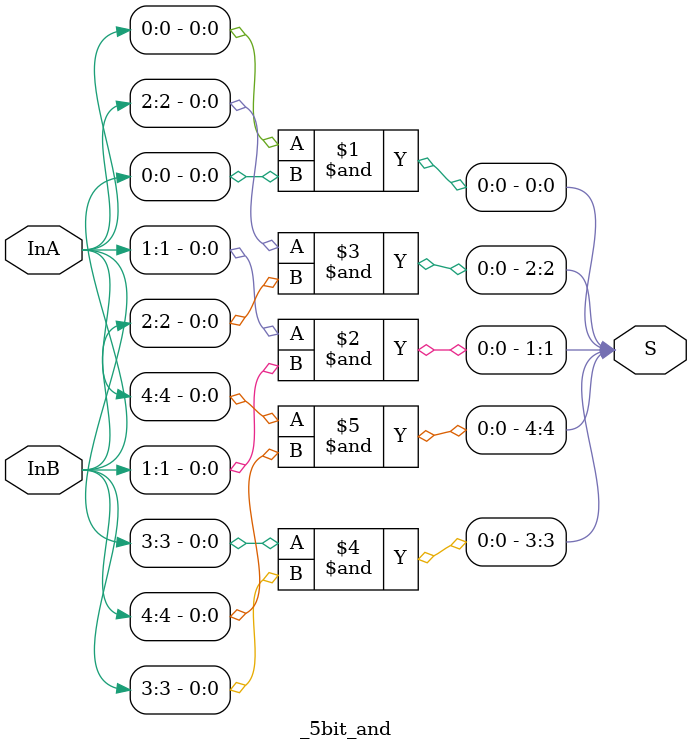
<source format=v>
module _5bit_and(S,InA,InB);
input [4:0] InA,InB;
output [4:0] S;

and firstBit(S[0],InA[0],InB[0]);
and secondBit(S[1],InA[1],InB[1]);
and thirdBit(S[2],InA[2],InB[2]);
and fourthBit(S[3],InA[3],InB[3]);
and fifthBit(S[4],InA[4],InB[4]);



endmodule
</source>
